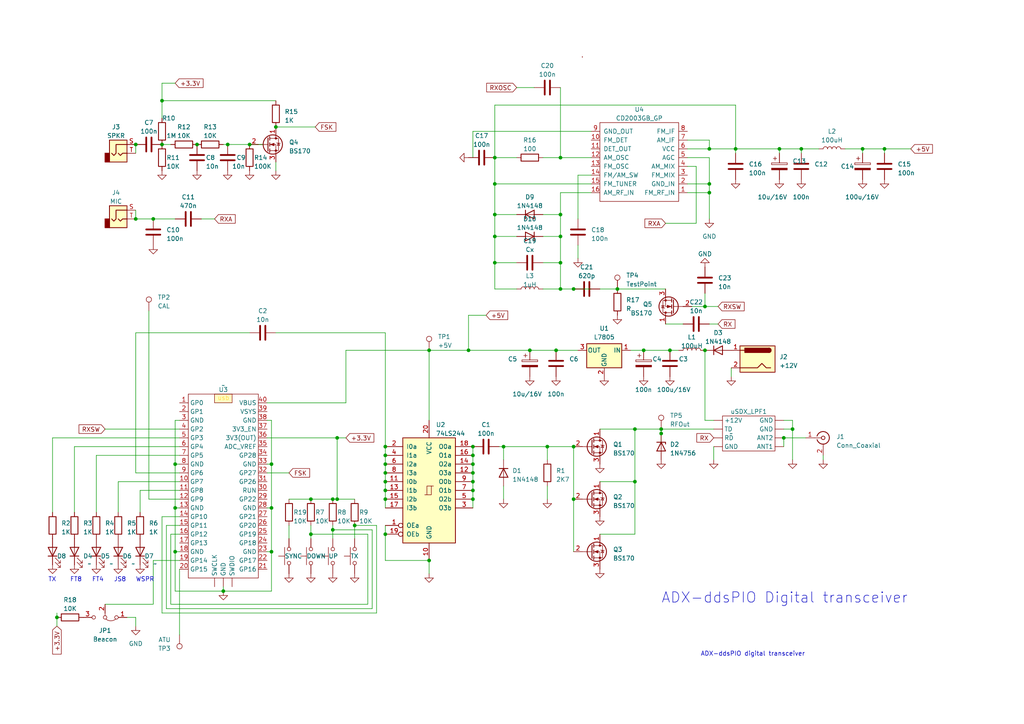
<source format=kicad_sch>
(kicad_sch (version 20230121) (generator eeschema)
  (paper "A4")
  (title_block (date "Dec,27 2025") (rev "0.1"))
  (lib_symbols
    (symbol "74xx:74LS244" (pin_names (offset 1.016))
      (property "Reference" "U" (at -7.62 16.51 0))
      (property "Value" "74LS244" (at -7.62 -16.51 0))
      (symbol "74LS244_1_0"
        (pin input inverted (at -12.7 -10.16 0) (length 5.08) (name "OEa") (number "1"))
        (pin power_in line (at 0 -20.32 90) (length 5.08) (name "GND") (number "10"))
        (pin input line (at -12.7 2.54 0) (length 5.08) (name "I0b") (number "11"))
        (pin tri_state line (at 12.7 5.08 180) (length 5.08) (name "O3a") (number "12"))
        (pin input line (at -12.7 0 0) (length 5.08) (name "I1b") (number "13"))
        (pin tri_state line (at 12.7 7.62 180) (length 5.08) (name "O2a") (number "14"))
        (pin input line (at -12.7 -2.54 0) (length 5.08) (name "I2b") (number "15"))
        (pin tri_state line (at 12.7 10.16 180) (length 5.08) (name "O1a") (number "16"))
        (pin input line (at -12.7 -5.08 0) (length 5.08) (name "I3b") (number "17"))
        (pin tri_state line (at 12.7 12.7 180) (length 5.08) (name "O0a") (number "18"))
        (pin input inverted (at -12.7 -12.7 0) (length 5.08) (name "OEb") (number "19"))
        (pin input line (at -12.7 12.7 0) (length 5.08) (name "I0a") (number "2"))
        (pin power_in line (at 0 20.32 270) (length 5.08) (name "VCC") (number "20"))
        (pin tri_state line (at 12.7 -5.08 180) (length 5.08) (name "O3b") (number "3"))
        (pin input line (at -12.7 10.16 0) (length 5.08) (name "I1a") (number "4"))
        (pin tri_state line (at 12.7 -2.54 180) (length 5.08) (name "O2b") (number "5"))
        (pin input line (at -12.7 7.62 0) (length 5.08) (name "I2a") (number "6"))
        (pin tri_state line (at 12.7 0 180) (length 5.08) (name "O1b") (number "7"))
        (pin input line (at -12.7 5.08 0) (length 5.08) (name "I3a") (number "8"))
        (pin tri_state line (at 12.7 2.54 180) (length 5.08) (name "O0b") (number "9"))
      )
    )
    (symbol "CD2003 Library:CD2003GB_GP" (pin_names (offset 1.016))
      (property "Reference" "U" (at -12.7 6.35 90))
      (property "Value" "CD2003GB_GP" (at 12.7 5.08 90))
      (symbol "CD2003GB_GP_1_1"
        (pin input line (at -8.89 -7.62 90) (length 2.54) (name "FM_RF_IN") (number "1"))
        (pin input line (at 6.35 20.32 270) (length 2.54) (name "FM_DET") (number "10"))
        (pin input line (at 3.81 20.32 270) (length 2.54) (name "DET_OUT") (number "11"))
        (pin input line (at 1.27 20.32 270) (length 2.54) (name "AM_OSC") (number "12"))
        (pin input line (at -1.27 20.32 270) (length 2.54) (name "FM_OSC") (number "13"))
        (pin input line (at -3.81 20.32 270) (length 2.54) (name "FM/AM_SW") (number "14"))
        (pin input line (at -6.35 20.32 270) (length 2.54) (name "FM_TUNER") (number "15"))
        (pin input line (at -8.89 20.32 270) (length 2.54) (name "AM_RF_IN") (number "16"))
        (pin input line (at -6.35 -7.62 90) (length 2.54) (name "GND_IN") (number "2"))
        (pin input line (at -3.81 -7.62 90) (length 2.54) (name "FM_MIX") (number "3"))
        (pin input line (at -1.27 -7.62 90) (length 2.54) (name "AM_MIX") (number "4"))
        (pin input line (at 1.27 -7.62 90) (length 2.54) (name "AGC") (number "5"))
        (pin input line (at 3.81 -7.62 90) (length 2.54) (name "VCC") (number "6"))
        (pin input line (at 6.35 -7.62 90) (length 2.54) (name "AM_IF") (number "7"))
        (pin input line (at 8.89 -7.62 90) (length 2.54) (name "FM_IF") (number "8"))
        (pin input line (at 8.89 20.32 270) (length 2.54) (name "GND_OUT") (number "9"))
      )
    )
    (symbol "Connector:Conn_Coaxial" (pin_names (offset 1.016) hide)
      (property "Reference" "J" (at 0.254 3.048 0))
      (property "Value" "Conn_Coaxial" (at 2.921 0 90))
      (symbol "Conn_Coaxial_1_1"
        (pin passive line (at -5.08 0 0) (length 2.54) (name "In") (number "1"))
        (pin passive line (at 0 -5.08 90) (length 2.54) (name "Ext") (number "2"))
      )
    )
    (symbol "Connector:Jack-DC" (pin_names (offset 1.016))
      (property "Reference" "J" (at 0 5.334 0))
      (property "Value" "Jack-DC" (at 0 -5.08 0))
      (symbol "Jack-DC_1_1"
        (pin passive line (at 7.62 2.54 180) (length 2.54) (name "~") (number "1"))
        (pin passive line (at 7.62 -2.54 180) (length 2.54) (name "~") (number "2"))
      )
    )
    (symbol "Connector:TestPoint" (pin_numbers hide) (pin_names (offset 0.762) hide)
      (property "Reference" "TP" (at 0 6.858 0))
      (property "Value" "TestPoint" (at 0 5.08 0))
      (symbol "TestPoint_1_1"
        (pin passive line (at 0 0 90) (length 2.54) (name "1") (number "1"))
      )
    )
    (symbol "Connector_Audio:AudioJack2"
      (property "Reference" "J" (at 0 8.89 0))
      (property "Value" "AudioJack2" (at 0 6.35 0))
      (symbol "AudioJack2_1_1"
        (pin passive line (at 5.08 2.54 180) (length 2.54) (name "~") (number "S"))
        (pin passive line (at 5.08 0 180) (length 2.54) (name "~") (number "T"))
      )
    )
    (symbol "Device:C" (pin_numbers hide) (pin_names (offset 0.254))
      (property "Reference" "C" (at 0.635 2.54 0))
      (property "Value" "C" (at 0.635 -2.54 0))
      (symbol "C_1_1"
        (pin passive line (at 0 3.81 270) (length 2.794) (name "~") (number "1"))
        (pin passive line (at 0 -3.81 90) (length 2.794) (name "~") (number "2"))
      )
    )
    (symbol "Device:C_Polarized" (pin_numbers hide) (pin_names (offset 0.254))
      (property "Reference" "C" (at 0.635 2.54 0))
      (property "Value" "C_Polarized" (at 0.635 -2.54 0))
      (symbol "C_Polarized_1_1"
        (pin passive line (at 0 3.81 270) (length 2.794) (name "~") (number "1"))
        (pin passive line (at 0 -3.81 90) (length 2.794) (name "~") (number "2"))
      )
    )
    (symbol "Device:D_Zener" (pin_numbers hide) (pin_names (offset 1.016) hide)
      (property "Reference" "D" (at 0 2.54 0))
      (property "Value" "D_Zener" (at 0 -2.54 0))
      (symbol "D_Zener_1_1"
        (pin passive line (at -3.81 0 0) (length 2.54) (name "K") (number "1"))
        (pin passive line (at 3.81 0 180) (length 2.54) (name "A") (number "2"))
      )
    )
    (symbol "Device:L" (pin_numbers hide) (pin_names (offset 1.016) hide)
      (property "Reference" "L" (at -1.27 0 90))
      (property "Value" "L" (at 1.905 0 90))
      (symbol "L_1_1"
        (pin passive line (at 0 3.81 270) (length 1.27) (name "1") (number "1"))
        (pin passive line (at 0 -3.81 90) (length 1.27) (name "2") (number "2"))
      )
    )
    (symbol "Device:LED" (pin_numbers hide) (pin_names (offset 1.016) hide)
      (property "Reference" "D" (at 0 2.54 0))
      (property "Value" "LED" (at 0 -2.54 0))
      (symbol "LED_1_1"
        (pin passive line (at -3.81 0 0) (length 2.54) (name "K") (number "1"))
        (pin passive line (at 3.81 0 180) (length 2.54) (name "A") (number "2"))
      )
    )
    (symbol "Device:R" (pin_numbers hide) (pin_names (offset 0))
      (property "Reference" "R" (at 2.032 0 90))
      (property "Value" "R" (at 0 0 90))
      (symbol "R_1_1"
        (pin passive line (at 0 3.81 270) (length 1.27) (name "~") (number "1"))
        (pin passive line (at 0 -3.81 90) (length 1.27) (name "~") (number "2"))
      )
    )
    (symbol "Diode:1N4148" (pin_numbers hide) (pin_names hide)
      (property "Reference" "D" (at 0 2.54 0))
      (property "Value" "1N4148" (at 0 -2.54 0))
      (symbol "1N4148_1_1"
        (pin passive line (at -3.81 0 0) (length 2.54) (name "K") (number "1"))
        (pin passive line (at 3.81 0 180) (length 2.54) (name "A") (number "2"))
      )
    )
    (symbol "Jumper:Jumper_3_Bridged12" (pin_names (offset 0) hide)
      (property "Reference" "JP" (at -2.54 -2.54 0))
      (property "Value" "Jumper_3_Bridged12" (at 0 2.794 0))
      (symbol "Jumper_3_Bridged12_1_1"
        (pin passive line (at -6.35 0 0) (length 2.54) (name "A") (number "1"))
        (pin passive line (at 0 -3.81 90) (length 2.54) (name "C") (number "2"))
        (pin passive line (at 6.35 0 180) (length 2.54) (name "B") (number "3"))
      )
    )
    (symbol "RP2040_parts:pi_pico"
      (property "Reference" "U" (at 0 0 0))
      (symbol "pi_pico_1_0"
        (pin passive line (at -12.7 -27.94 0) (length 2.54) (name "GP7") (number "10"))
        (pin passive line (at -12.7 -30.48 0) (length 2.54) (name "GP8") (number "11"))
        (pin passive line (at -12.7 -33.02 0) (length 2.54) (name "GP9") (number "12"))
        (pin passive line (at -12.7 -35.56 0) (length 2.54) (name "GND") (number "13"))
        (pin passive line (at -12.7 -38.1 0) (length 2.54) (name "GP10") (number "14"))
        (pin passive line (at -12.7 -40.64 0) (length 2.54) (name "GP11") (number "15"))
        (pin passive line (at -12.7 -43.18 0) (length 2.54) (name "GP12") (number "16"))
        (pin passive line (at -12.7 -45.72 0) (length 2.54) (name "GP13") (number "17"))
        (pin passive line (at -12.7 -48.26 0) (length 2.54) (name "GND") (number "18"))
        (pin passive line (at -12.7 -50.8 0) (length 2.54) (name "GP14") (number "19"))
        (pin passive line (at -12.7 -53.34 0) (length 2.54) (name "GP15") (number "20"))
        (pin passive line (at 12.7 -53.34 180) (length 2.54) (name "GP16") (number "21"))
        (pin passive line (at 12.7 -50.8 180) (length 2.54) (name "GP17") (number "22"))
        (pin passive line (at 12.7 -48.26 180) (length 2.54) (name "GND") (number "23"))
        (pin passive line (at 12.7 -45.72 180) (length 2.54) (name "GP18") (number "24"))
        (pin passive line (at 12.7 -43.18 180) (length 2.54) (name "GP19") (number "25"))
        (pin passive line (at 12.7 -40.64 180) (length 2.54) (name "GP20") (number "26"))
        (pin passive line (at 12.7 -38.1 180) (length 2.54) (name "GP21") (number "27"))
        (pin passive line (at 12.7 -35.56 180) (length 2.54) (name "GND") (number "28"))
        (pin passive line (at 12.7 -33.02 180) (length 2.54) (name "GP22") (number "29"))
        (pin passive line (at -12.7 -10.16 0) (length 2.54) (name "GND") (number "3"))
        (pin passive line (at 12.7 -30.48 180) (length 2.54) (name "RUN") (number "30"))
        (pin passive line (at 12.7 -27.94 180) (length 2.54) (name "GP26") (number "31"))
        (pin passive line (at 12.7 -25.4 180) (length 2.54) (name "GP27") (number "32"))
        (pin passive line (at 12.7 -22.86 180) (length 2.54) (name "GND") (number "33"))
        (pin passive line (at 12.7 -20.32 180) (length 2.54) (name "GP28") (number "34"))
        (pin passive line (at 12.7 -17.78 180) (length 2.54) (name "ADC_VREF") (number "35"))
        (pin power_out line (at 12.7 -15.24 180) (length 2.54) (name "3V3(OUT)") (number "36"))
        (pin passive line (at 12.7 -12.7 180) (length 2.54) (name "3V3_EN") (number "37"))
        (pin passive line (at 12.7 -10.16 180) (length 2.54) (name "GND") (number "38"))
        (pin passive line (at 12.7 -7.62 180) (length 2.54) (name "VSYS") (number "39"))
        (pin passive line (at -12.7 -12.7 0) (length 2.54) (name "GP2") (number "4"))
        (pin passive line (at -12.7 -15.24 0) (length 2.54) (name "GP3") (number "5"))
        (pin passive line (at -12.7 -17.78 0) (length 2.54) (name "GP4") (number "6"))
        (pin passive line (at -12.7 -20.32 0) (length 2.54) (name "GP5") (number "7"))
        (pin passive line (at -12.7 -22.86 0) (length 2.54) (name "GND") (number "8"))
        (pin passive line (at -12.7 -25.4 0) (length 2.54) (name "GP6") (number "9"))
      )
      (symbol "pi_pico_1_1"
        (text "usb" (at 0.0526 -3.6068 0) (effects (font (size 1.27 1.27))))
        (pin passive line (at 0 -58.42 90) (length 2.54) (name "GND") (number ""))
        (pin passive line (at -2.54 -58.42 90) (length 2.54) (name "SWCLK") (number ""))
        (pin passive line (at 2.54 -58.42 90) (length 2.54) (name "SWDIO") (number ""))
        (pin passive line (at -12.7 -5.08 0) (length 2.54) (name "GP0") (number "1"))
        (pin passive line (at -12.7 -7.62 0) (length 2.54) (name "GP1") (number "2"))
        (pin passive line (at 12.7 -5.08 180) (length 2.54) (name "VBUS") (number "40"))
      )
    )
    (symbol "Regulator_Linear:L7805" (pin_names (offset 0.254))
      (property "Reference" "U" (at -3.81 3.175 0))
      (property "Value" "L7805" (at 0 3.175 0))
      (symbol "L7805_1_1"
        (pin power_in line (at -7.62 0 0) (length 2.54) (name "IN") (number "1"))
        (pin power_in line (at 0 -7.62 90) (length 2.54) (name "GND") (number "2"))
        (pin power_out line (at 7.62 0 180) (length 2.54) (name "OUT") (number "3"))
      )
    )
    (symbol "Switch:SW_MEC_5G" (pin_numbers hide) (pin_names (offset 1.016) hide)
      (property "Reference" "SW" (at 1.27 2.54 0))
      (property "Value" "SW_MEC_5G" (at 0 -1.524 0))
      (symbol "SW_MEC_5G_0_1"
        (pin passive line (at -5.08 0 0) (length 2.54) (name "A") (number "1"))
        (pin passive line (at 5.08 0 180) (length 2.54) (name "B") (number "3"))
      )
      (symbol "SW_MEC_5G_1_1"
        (pin passive line (at -5.08 0 0) (length 2.54) hide (name "A") (number "2"))
        (pin passive line (at 5.08 0 180) (length 2.54) hide (name "B") (number "4"))
      )
    )
    (symbol "Transistor_FET:BS170" (pin_names hide)
      (property "Reference" "Q" (at 5.08 1.905 0))
      (property "Value" "BS170" (at 5.08 0 0))
      (symbol "BS170_1_1"
        (pin passive line (at 2.54 5.08 270) (length 2.54) (name "D") (number "1"))
        (pin input line (at -5.08 0 0) (length 2.54) (name "G") (number "2"))
        (pin passive line (at 2.54 -5.08 90) (length 2.54) (name "S") (number "3"))
      )
    )
    (symbol "USDX_Filter:usdx_LPF"
      (property "Reference" "uSDX_LPF" (at -7.62 7.62 0))
      (symbol "usdx_LPF_1_1"
        (pin input line (at 5.08 -3.81 180) (length 2.54) (name "+12V") (number ""))
        (pin input line (at -15.24 3.81 0) (length 2.54) (name "ANT1") (number ""))
        (pin input line (at -15.24 1.27 0) (length 2.54) (name "ANT2") (number ""))
        (pin input line (at -15.24 -3.81 0) (length 2.54) (name "GND") (number ""))
        (pin input line (at -15.24 -1.27 0) (length 2.54) (name "GND") (number ""))
        (pin input line (at 5.08 3.81 180) (length 2.54) (name "GND") (number ""))
        (pin input line (at 5.08 1.27 180) (length 2.54) (name "RD") (number ""))
        (pin input line (at 5.08 -1.27 180) (length 2.54) (name "TD") (number ""))
      )
    )
    (symbol "power:GND" (power) (pin_names (offset 0))
      (property "Value" "GND" (at 0 -3.81 0))
      (symbol "GND_1_1"
        (pin power_in line (at 0 0 270) (length 0) hide (name "GND") (number "1"))
      )
    )
  )
  (junction (at 90.17 144.78))
  (junction (at 191.77 125.73))
  (junction (at 64.77 171.45))
  (junction (at 143.51 45.72))
  (junction (at 57.15 41.91))
  (junction (at 102.87 152.4))
  (junction (at 50.8 160.02))
  (junction (at 124.46 101.6))
  (junction (at 162.56 76.2))
  (junction (at 137.16 132.08))
  (junction (at 96.52 153.67))
  (junction (at 50.8 134.62))
  (junction (at 124.46 162.56))
  (junction (at 250.19 43.18))
  (junction (at 256.54 43.18))
  (junction (at 229.87 124.46))
  (junction (at 143.51 53.34))
  (junction (at 162.56 68.58))
  (junction (at 44.45 63.5))
  (junction (at 162.56 62.23))
  (junction (at 184.15 124.46))
  (junction (at 205.74 43.18))
  (junction (at 184.15 139.7))
  (junction (at 90.17 154.94))
  (junction (at 227.33 127))
  (junction (at 146.05 129.54))
  (junction (at 204.47 101.6))
  (junction (at 158.75 129.54))
  (junction (at 205.74 53.34))
  (junction (at 226.06 43.18))
  (junction (at 50.8 147.32))
  (junction (at 111.76 132.08))
  (junction (at 162.56 45.72))
  (junction (at 137.16 137.16))
  (junction (at 143.51 76.2))
  (junction (at 232.41 43.18))
  (junction (at 166.37 129.54))
  (junction (at 97.79 144.78))
  (junction (at 194.31 101.6))
  (junction (at 137.16 142.24))
  (junction (at 111.76 134.62))
  (junction (at 135.89 101.6))
  (junction (at 16.51 179.07))
  (junction (at 166.37 83.82))
  (junction (at 111.76 144.78))
  (junction (at 179.07 83.82))
  (junction (at 111.76 139.7))
  (junction (at 213.36 43.18))
  (junction (at 46.99 41.91))
  (junction (at 111.76 129.54))
  (junction (at 137.16 139.7))
  (junction (at 72.39 41.91))
  (junction (at 78.74 160.02))
  (junction (at 111.76 142.24))
  (junction (at 97.79 127))
  (junction (at 137.16 144.78))
  (junction (at 186.69 101.6))
  (junction (at 143.51 68.58))
  (junction (at 153.67 101.6))
  (junction (at 137.16 129.54))
  (junction (at 111.76 154.94))
  (junction (at 204.47 88.9))
  (junction (at 66.04 41.91))
  (junction (at 191.77 124.46))
  (junction (at 80.01 36.83))
  (junction (at 39.37 63.5))
  (junction (at 162.56 83.82))
  (junction (at 78.74 134.62))
  (junction (at 78.74 147.32))
  (junction (at 46.99 29.21))
  (junction (at 143.51 62.23))
  (junction (at 161.29 101.6))
  (junction (at 166.37 144.78))
  (junction (at 205.74 55.88))
  (junction (at 111.76 137.16))
  (junction (at 137.16 134.62))
  (junction (at 39.37 41.91))
  (junction (at 96.52 144.78))
  (wire (pts (xy 137.16 142.24) (xy 137.16 144.78)))
  (wire (pts (xy 49.53 154.94) (xy 49.53 175.26)))
  (wire (pts (xy 158.75 129.54) (xy 158.75 133.35)))
  (wire (pts (xy 146.05 129.54) (xy 158.75 129.54)))
  (wire (pts (xy 173.99 83.82) (xy 179.07 83.82)))
  (wire (pts (xy 78.74 134.62) (xy 78.74 147.32)))
  (wire (pts (xy 72.39 41.91) (xy 76.2 41.91)))
  (wire (pts (xy 205.74 45.72) (xy 205.74 53.34)))
  (wire (pts (xy 77.47 127) (xy 97.79 127)))
  (wire (pts (xy 39.37 63.5) (xy 44.45 63.5)))
  (wire (pts (xy 143.51 53.34) (xy 143.51 62.23)))
  (wire (pts (xy 44.45 63.5) (xy 50.8 63.5)))
  (wire (pts (xy 111.76 137.16) (xy 111.76 139.7)))
  (wire (pts (xy 199.39 48.26) (xy 201.93 48.26)))
  (wire (pts (xy 213.36 30.48) (xy 213.36 43.18)))
  (wire (pts (xy 149.86 25.4) (xy 154.94 25.4)))
  (wire (pts (xy 111.76 139.7) (xy 111.76 142.24)))
  (wire (pts (xy 158.75 129.54) (xy 166.37 129.54)))
  (wire (pts (xy 96.52 153.67) (xy 107.95 153.67)))
  (wire (pts (xy 52.07 149.86) (xy 46.99 149.86)))
  (wire (pts (xy 50.8 160.02) (xy 52.07 160.02)))
  (wire (pts (xy 238.76 132.08) (xy 238.76 133.35)))
  (wire (pts (xy 48.26 152.4) (xy 48.26 176.53)))
  (wire (pts (xy 227.33 124.46) (xy 229.87 124.46)))
  (wire (pts (xy 200.66 88.9) (xy 204.47 88.9)))
  (wire (pts (xy 77.47 147.32) (xy 78.74 147.32)))
  (wire (pts (xy 199.39 45.72) (xy 205.74 45.72)))
  (wire (pts (xy 77.47 134.62) (xy 78.74 134.62)))
  (wire (pts (xy 184.15 124.46) (xy 184.15 139.7)))
  (wire (pts (xy 96.52 153.67) (xy 96.52 156.21)))
  (wire (pts (xy 205.74 40.64) (xy 205.74 43.18)))
  (wire (pts (xy 171.45 38.1) (xy 137.16 38.1)))
  (wire (pts (xy 97.79 144.78) (xy 102.87 144.78)))
  (wire (pts (xy 39.37 179.07) (xy 39.37 181.61)))
  (wire (pts (xy 80.01 96.52) (xy 111.76 96.52)))
  (wire (pts (xy 111.76 96.52) (xy 111.76 129.54)))
  (wire (pts (xy 143.51 62.23) (xy 149.86 62.23)))
  (wire (pts (xy 226.06 43.18) (xy 232.41 43.18)))
  (wire (pts (xy 100.33 116.84) (xy 100.33 101.6)))
  (wire (pts (xy 191.77 124.46) (xy 207.01 124.46)))
  (wire (pts (xy 143.51 62.23) (xy 143.51 68.58)))
  (wire (pts (xy 124.46 162.56) (xy 124.46 166.37)))
  (wire (pts (xy 52.07 165.1) (xy 52.07 184.15)))
  (wire (pts (xy 46.99 29.21) (xy 80.01 29.21)))
  (wire (pts (xy 205.74 93.98) (xy 208.28 93.98)))
  (wire (pts (xy 27.94 132.08) (xy 52.07 132.08)))
  (wire (pts (xy 153.67 101.6) (xy 161.29 101.6)))
  (wire (pts (xy 102.87 152.4) (xy 102.87 156.21)))
  (wire (pts (xy 137.16 38.1) (xy 137.16 45.72)))
  (wire (pts (xy 111.76 142.24) (xy 111.76 144.78)))
  (wire (pts (xy 50.8 134.62) (xy 50.8 147.32)))
  (wire (pts (xy 191.77 125.73) (xy 191.77 128.27)))
  (wire (pts (xy 137.16 139.7) (xy 137.16 142.24)))
  (wire (pts (xy 256.54 43.18) (xy 264.16 43.18)))
  (wire (pts (xy 146.05 140.97) (xy 146.05 144.78)))
  (wire (pts (xy 96.52 144.78) (xy 97.79 144.78)))
  (wire (pts (xy 36.83 179.07) (xy 39.37 179.07)))
  (wire (pts (xy 213.36 43.18) (xy 213.36 44.45)))
  (wire (pts (xy 135.89 101.6) (xy 153.67 101.6)))
  (wire (pts (xy 193.04 93.98) (xy 198.12 93.98)))
  (wire (pts (xy 143.51 30.48) (xy 143.51 45.72)))
  (wire (pts (xy 161.29 101.6) (xy 167.64 101.6)))
  (wire (pts (xy 49.53 175.26) (xy 106.68 175.26)))
  (wire (pts (xy 44.45 162.56) (xy 44.45 175.26)))
  (wire (pts (xy 77.47 116.84) (xy 100.33 116.84)))
  (wire (pts (xy 50.8 24.13) (xy 46.99 24.13)))
  (wire (pts (xy 16.51 177.8) (xy 16.51 179.07)))
  (wire (pts (xy 143.51 76.2) (xy 149.86 76.2)))
  (wire (pts (xy 64.77 41.91) (xy 66.04 41.91)))
  (wire (pts (xy 199.39 40.64) (xy 205.74 40.64)))
  (wire (pts (xy 46.99 41.91) (xy 49.53 41.91)))
  (wire (pts (xy 21.59 129.54) (xy 52.07 129.54)))
  (wire (pts (xy 204.47 121.92) (xy 207.01 121.92)))
  (wire (pts (xy 227.33 127) (xy 233.68 127)))
  (wire (pts (xy 77.47 137.16) (xy 83.82 137.16)))
  (wire (pts (xy 34.29 139.7) (xy 52.07 139.7)))
  (wire (pts (xy 52.07 127) (xy 15.24 127)))
  (wire (pts (xy 48.26 176.53) (xy 107.95 176.53)))
  (wire (pts (xy 80.01 46.99) (xy 80.01 49.53)))
  (wire (pts (xy 52.07 121.92) (xy 50.8 121.92)))
  (wire (pts (xy 194.31 101.6) (xy 196.85 101.6)))
  (wire (pts (xy 27.94 148.59) (xy 27.94 132.08)))
  (wire (pts (xy 199.39 43.18) (xy 205.74 43.18)))
  (wire (pts (xy 111.76 162.56) (xy 124.46 162.56)))
  (wire (pts (xy 143.51 68.58) (xy 143.51 76.2)))
  (wire (pts (xy 212.09 106.68) (xy 212.09 109.22)))
  (wire (pts (xy 179.07 83.82) (xy 193.04 83.82)))
  (wire (pts (xy 21.59 148.59) (xy 21.59 129.54)))
  (wire (pts (xy 137.16 137.16) (xy 137.16 139.7)))
  (wire (pts (xy 137.16 134.62) (xy 137.16 137.16)))
  (wire (pts (xy 204.47 85.09) (xy 204.47 88.9)))
  (wire (pts (xy 96.52 152.4) (xy 96.52 153.67)))
  (wire (pts (xy 162.56 83.82) (xy 157.48 83.82)))
  (wire (pts (xy 77.47 121.92) (xy 78.74 121.92)))
  (wire (pts (xy 78.74 121.92) (xy 78.74 134.62)))
  (wire (pts (xy 162.56 68.58) (xy 162.56 76.2)))
  (wire (pts (xy 205.74 43.18) (xy 213.36 43.18)))
  (wire (pts (xy 256.54 43.18) (xy 256.54 44.45)))
  (wire (pts (xy 50.8 147.32) (xy 52.07 147.32)))
  (wire (pts (xy 90.17 154.94) (xy 90.17 156.21)))
  (wire (pts (xy 166.37 144.78) (xy 166.37 160.02)))
  (wire (pts (xy 166.37 83.82) (xy 171.45 83.82)))
  (wire (pts (xy 143.51 53.34) (xy 143.51 45.72)))
  (wire (pts (xy 143.51 53.34) (xy 171.45 53.34)))
  (wire (pts (xy 227.33 121.92) (xy 229.87 121.92)))
  (wire (pts (xy 205.74 53.34) (xy 205.74 55.88)))
  (wire (pts (xy 46.99 177.8) (xy 109.22 177.8)))
  (wire (pts (xy 167.64 71.12) (xy 167.64 74.93)))
  (wire (pts (xy 213.36 43.18) (xy 226.06 43.18)))
  (wire (pts (xy 50.8 134.62) (xy 52.07 134.62)))
  (wire (pts (xy 135.89 91.44) (xy 135.89 101.6)))
  (wire (pts (xy 39.37 137.16) (xy 52.07 137.16)))
  (wire (pts (xy 157.48 62.23) (xy 162.56 62.23)))
  (wire (pts (xy 83.82 144.78) (xy 90.17 144.78)))
  (wire (pts (xy 39.37 41.91) (xy 39.37 44.45)))
  (wire (pts (xy 229.87 124.46) (xy 229.87 133.35)))
  (wire (pts (xy 250.19 43.18) (xy 250.19 44.45)))
  (wire (pts (xy 204.47 88.9) (xy 208.28 88.9)))
  (wire (pts (xy 232.41 43.18) (xy 232.41 44.45)))
  (wire (pts (xy 143.51 30.48) (xy 213.36 30.48)))
  (wire (pts (xy 78.74 147.32) (xy 78.74 160.02)))
  (wire (pts (xy 137.16 132.08) (xy 137.16 134.62)))
  (wire (pts (xy 201.93 48.26) (xy 201.93 64.77)))
  (wire (pts (xy 173.99 139.7) (xy 184.15 139.7)))
  (wire (pts (xy 46.99 24.13) (xy 46.99 29.21)))
  (wire (pts (xy 162.56 76.2) (xy 162.56 83.82)))
  (wire (pts (xy 137.16 129.54) (xy 137.16 132.08)))
  (wire (pts (xy 30.48 124.46) (xy 52.07 124.46)))
  (wire (pts (xy 44.45 175.26) (xy 30.48 175.26)))
  (wire (pts (xy 80.01 36.83) (xy 91.44 36.83)))
  (wire (pts (xy 143.51 68.58) (xy 149.86 68.58)))
  (wire (pts (xy 72.39 96.52) (xy 39.37 96.52)))
  (wire (pts (xy 162.56 76.2) (xy 157.48 76.2)))
  (wire (pts (xy 90.17 144.78) (xy 96.52 144.78)))
  (wire (pts (xy 111.76 134.62) (xy 111.76 137.16)))
  (wire (pts (xy 250.19 43.18) (xy 256.54 43.18)))
  (wire (pts (xy 64.77 171.45) (xy 50.8 171.45)))
  (wire (pts (xy 66.04 41.91) (xy 72.39 41.91)))
  (wire (pts (xy 167.64 50.8) (xy 167.64 63.5)))
  (wire (pts (xy 39.37 96.52) (xy 39.37 137.16)))
  (wire (pts (xy 144.78 129.54) (xy 146.05 129.54)))
  (wire (pts (xy 111.76 144.78) (xy 111.76 147.32)))
  (wire (pts (xy 146.05 129.54) (xy 146.05 133.35)))
  (wire (pts (xy 111.76 154.94) (xy 111.76 162.56)))
  (wire (pts (xy 90.17 154.94) (xy 106.68 154.94)))
  (wire (pts (xy 83.82 152.4) (xy 83.82 156.21)))
  (wire (pts (xy 107.95 153.67) (xy 107.95 176.53)))
  (wire (pts (xy 46.99 29.21) (xy 46.99 34.29)))
  (wire (pts (xy 40.64 142.24) (xy 52.07 142.24)))
  (wire (pts (xy 205.74 55.88) (xy 205.74 63.5)))
  (wire (pts (xy 143.51 83.82) (xy 149.86 83.82)))
  (wire (pts (xy 157.48 45.72) (xy 162.56 45.72)))
  (wire (pts (xy 162.56 62.23) (xy 162.56 68.58)))
  (wire (pts (xy 58.42 63.5) (xy 62.23 63.5)))
  (wire (pts (xy 40.64 148.59) (xy 40.64 142.24)))
  (wire (pts (xy 193.04 64.77) (xy 201.93 64.77)))
  (wire (pts (xy 232.41 43.18) (xy 237.49 43.18)))
  (wire (pts (xy 191.77 124.46) (xy 191.77 125.73)))
  (wire (pts (xy 90.17 152.4) (xy 90.17 154.94)))
  (wire (pts (xy 124.46 101.6) (xy 135.89 101.6)))
  (wire (pts (xy 182.88 101.6) (xy 186.69 101.6)))
  (wire (pts (xy 171.45 45.72) (xy 162.56 45.72)))
  (wire (pts (xy 173.99 154.94) (xy 184.15 154.94)))
  (wire (pts (xy 137.16 144.78) (xy 137.16 147.32)))
  (wire (pts (xy 111.76 129.54) (xy 111.76 132.08)))
  (wire (pts (xy 64.77 170.18) (xy 64.77 171.45)))
  (wire (pts (xy 207.01 129.54) (xy 207.01 133.35)))
  (wire (pts (xy 39.37 60.96) (xy 39.37 63.5)))
  (wire (pts (xy 106.68 154.94) (xy 106.68 175.26)))
  (wire (pts (xy 97.79 127) (xy 100.33 127)))
  (wire (pts (xy 44.45 162.56) (xy 52.07 162.56)))
  (wire (pts (xy 162.56 68.58) (xy 157.48 68.58)))
  (wire (pts (xy 167.64 50.8) (xy 171.45 50.8)))
  (wire (pts (xy 100.33 101.6) (xy 124.46 101.6)))
  (wire (pts (xy 158.75 140.97) (xy 158.75 144.78)))
  (wire (pts (xy 52.07 144.78) (xy 43.18 144.78)))
  (wire (pts (xy 46.99 149.86) (xy 46.99 177.8)))
  (wire (pts (xy 102.87 152.4) (xy 109.22 152.4)))
  (wire (pts (xy 166.37 129.54) (xy 166.37 144.78)))
  (wire (pts (xy 140.97 91.44) (xy 135.89 91.44)))
  (wire (pts (xy 143.51 45.72) (xy 149.86 45.72)))
  (wire (pts (xy 143.51 76.2) (xy 143.51 83.82)))
  (wire (pts (xy 111.76 152.4) (xy 111.76 154.94)))
  (wire (pts (xy 77.47 160.02) (xy 78.74 160.02)))
  (wire (pts (xy 229.87 121.92) (xy 229.87 124.46)))
  (wire (pts (xy 34.29 148.59) (xy 34.29 139.7)))
  (wire (pts (xy 50.8 147.32) (xy 50.8 160.02)))
  (wire (pts (xy 199.39 55.88) (xy 205.74 55.88)))
  (wire (pts (xy 109.22 152.4) (xy 109.22 177.8)))
  (wire (pts (xy 186.69 101.6) (xy 194.31 101.6)))
  (wire (pts (xy 162.56 55.88) (xy 162.56 62.23)))
  (wire (pts (xy 199.39 53.34) (xy 205.74 53.34)))
  (wire (pts (xy 245.11 43.18) (xy 250.19 43.18)))
  (wire (pts (xy 173.99 124.46) (xy 184.15 124.46)))
  (wire (pts (xy 204.47 101.6) (xy 204.47 121.92)))
  (wire (pts (xy 184.15 139.7) (xy 184.15 154.94)))
  (wire (pts (xy 162.56 25.4) (xy 162.56 45.72)))
  (wire (pts (xy 162.56 83.82) (xy 166.37 83.82)))
  (wire (pts (xy 50.8 121.92) (xy 50.8 134.62)))
  (wire (pts (xy 97.79 127) (xy 97.79 144.78)))
  (wire (pts (xy 15.24 127) (xy 15.24 148.59)))
  (wire (pts (xy 184.15 124.46) (xy 191.77 124.46)))
  (wire (pts (xy 227.33 127) (xy 227.33 129.54)))
  (wire (pts (xy 64.77 171.45) (xy 78.74 171.45)))
  (wire (pts (xy 50.8 160.02) (xy 50.8 171.45)))
  (wire (pts (xy 43.18 144.78) (xy 43.18 90.17)))
  (wire (pts (xy 52.07 152.4) (xy 48.26 152.4)))
  (wire (pts (xy 171.45 55.88) (xy 162.56 55.88)))
  (wire (pts (xy 111.76 132.08) (xy 111.76 134.62)))
  (wire (pts (xy 226.06 43.18) (xy 226.06 44.45)))
  (wire (pts (xy 124.46 101.6) (xy 124.46 121.92)))
  (wire (pts (xy 52.07 154.94) (xy 49.53 154.94)))
  (wire (pts (xy 16.51 179.07) (xy 16.51 181.61)))
  (wire (pts (xy 78.74 160.02) (xy 78.74 171.45)))
  (text "ADX-ddsPIO digital transceiver" (at 203.2 190.5 0) (effects (font (size 1.27 1.27)) (justify left bottom)))
  (text "FT8" (at 20.32 168.91 0) (effects (font (size 1.27 1.27)) (justify left bottom)))
  (text "ADX-ddsPIO Digital transceiver" (at 191.77 175.26 0) (effects (font (size 3 3)) (justify left bottom)))
  (text "TX" (at 13.97 168.91 0) (effects (font (size 1.27 1.27)) (justify left bottom)))
  (text "JS8" (at 33.02 168.91 0) (effects (font (size 1.27 1.27)) (justify left bottom)))
  (text "FT4" (at 26.67 168.91 0) (effects (font (size 1.27 1.27)) (justify left bottom)))
  (text "WSPR" (at 39.37 168.91 0) (effects (font (size 1.27 1.27)) (justify left bottom)))
  (global_label "+5V" (shape input) (at 140.97 91.44 0) (property "Intersheetrefs" "${INTERSHEET_REFS}" (effects hide)))
  (global_label "RXSW" (shape input) (at 30.48 124.46 180) (property "Intersheetrefs" "${INTERSHEET_REFS}" (effects hide)))
  (global_label "RX" (shape input) (at 207.01 127 180) (property "Intersheetrefs" "${INTERSHEET_REFS}" (effects hide)))
  (global_label "RXOSC" (shape input) (at 149.86 25.4 180) (property "Intersheetrefs" "${INTERSHEET_REFS}" (effects hide)))
  (global_label "RXA" (shape input) (at 62.23 63.5 0) (property "Intersheetrefs" "${INTERSHEET_REFS}" (effects hide)))
  (global_label "+5V" (shape input) (at 264.16 43.18 0) (property "Intersheetrefs" "${INTERSHEET_REFS}" (effects hide)))
  (global_label "+3.3V" (shape input) (at 50.8 24.13 0) (property "Intersheetrefs" "${INTERSHEET_REFS}" (effects hide)))
  (global_label "RXA" (shape input) (at 193.04 64.77 180) (property "Intersheetrefs" "${INTERSHEET_REFS}" (effects hide)))
  (global_label "FSK" (shape input) (at 83.82 137.16 0) (property "Intersheetrefs" "${INTERSHEET_REFS}" (effects hide)))
  (global_label "RX" (shape input) (at 208.28 93.98 0) (property "Intersheetrefs" "${INTERSHEET_REFS}" (effects hide)))
  (global_label "+3.3V" (shape input) (at 100.33 127 0) (property "Intersheetrefs" "${INTERSHEET_REFS}" (effects hide)))
  (global_label "+3.3V" (shape input) (at 16.51 181.61 270) (property "Intersheetrefs" "${INTERSHEET_REFS}" (effects hide)))
  (global_label "FSK" (shape input) (at 91.44 36.83 0) (property "Intersheetrefs" "${INTERSHEET_REFS}" (effects hide)))
  (global_label "RXSW" (shape input) (at 208.28 88.9 0) (property "Intersheetrefs" "${INTERSHEET_REFS}" (effects hide)))
  (symbol (lib_id "CD2003 Library:CD2003GB_GP") (at 191.77 46.99 90) (unit 1)
    (property "Reference" "U4" (at 185.42 31.75 90))
    (property "Value" "CD2003GB_GP" (at 185.42 34.29 90))
  )
  (symbol (lib_id "power:GND") (at 173.99 134.62 0) (unit 1)
    (property "Reference" "#PWR04" (effects hide))
    (property "Value" "GND" (effects hide))
  )
  (symbol (lib_id "power:GND") (at 15.24 163.83 0) (unit 1)
    (property "Reference" "#PWR017" (effects hide))
    (property "Value" "GND" (effects hide))
  )
  (symbol (lib_id "Connector:Conn_Coaxial") (at 238.76 127 0) (unit 1)
    (property "Reference" "J1" (at 242.57 126.6582 0) (effects (justify left)))
    (property "Value" "Conn_Coaxial" (at 242.57 129.1982 0) (effects (justify left)))
    (property "Datasheet" " ~" (effects hide))
  )
  (symbol (lib_id "power:GND") (at 167.64 74.93 0) (unit 1)
    (property "Reference" "#PWR040" (effects hide))
    (property "Value" "GND" (effects hide))
  )
  (symbol (lib_id "Device:C") (at 204.47 81.28 0) (unit 1)
    (property "Reference" "C23" (at 208.28 80.645 0) (effects (justify left)))
    (property "Value" "10n" (at 208.28 83.185 0) (effects (justify left)))
  )
  (symbol (lib_id "Device:C") (at 213.36 48.26 0) (unit 1)
    (property "Reference" "C16" (at 217.17 47.625 0) (effects (justify left)))
    (property "Value" "100n" (at 217.17 50.165 0) (effects (justify left)))
  )
  (symbol (lib_id "power:GND") (at 186.69 109.22 0) (unit 1)
    (property "Reference" "#PWR015" (effects hide))
    (property "Value" "GND" (effects hide))
  )
  (symbol (lib_id "Device:LED") (at 34.29 160.02 90) (unit 1)
    (property "Reference" "D6" (at 35.56 161.29 90) (effects (justify right)))
    (property "Value" "~" (at 38.1 163.5125 90) (effects (justify right)))
  )
  (symbol (lib_id "Transistor_FET:BS170") (at 171.45 129.54 0) (unit 1)
    (property "Reference" "Q1" (at 177.8 128.905 0) (effects (justify left)))
    (property "Value" "BS170" (at 177.8 131.445 0) (effects (justify left)))
    (property "Footprint" "Package_TO_SOT_THT:TO-92_Inline" (effects hide))
    (property "Datasheet" "https://www.onsemi.com/pub/Collateral/BS170-D.PDF" (effects hide))
  )
  (symbol (lib_id "Connector:Jack-DC") (at 219.71 104.14 0) (mirror y) (unit 1)
    (property "Reference" "J2" (at 226.06 103.505 0) (effects (justify right)))
    (property "Value" "+12V" (at 226.06 106.045 0) (effects (justify right)))
  )
  (symbol (lib_id "Jumper:Jumper_3_Bridged12") (at 30.48 179.07 180) (unit 1)
    (property "Reference" "JP1" (at 30.48 182.88 0))
    (property "Value" "Beacon" (at 30.48 185.42 0))
  )
  (symbol (lib_id "power:GND") (at 124.46 166.37 0) (unit 1)
    (property "Reference" "#PWR01" (effects hide))
    (property "Value" "GND" (effects hide))
  )
  (symbol (lib_id "Device:L") (at 153.67 83.82 90) (unit 1)
    (property "Reference" "L3" (at 153.67 80.01 90))
    (property "Value" "1uH" (at 153.67 82.55 90))
  )
  (symbol (lib_id "Switch:SW_MEC_5G") (at 83.82 161.29 90) (unit 1)
    (property "Reference" "SYNC" (at 82.55 161.29 90) (effects (justify right)))
    (property "Value" "SW_MEC_5G" (effects hide))
    (property "Datasheet" "http://www.apem.com/int/index.php?controller=attachment&id_attachment=488" (effects hide))
  )
  (symbol (lib_id "Device:R") (at 80.01 33.02 0) (unit 1)
    (property "Reference" "R15" (at 82.55 32.385 0) (effects (justify left)))
    (property "Value" "1K" (at 82.55 34.925 0) (effects (justify left)))
  )
  (symbol (lib_id "power:GND") (at 21.59 163.83 0) (unit 1)
    (property "Reference" "#PWR018" (effects hide))
    (property "Value" "GND" (effects hide))
  )
  (symbol (lib_id "Device:C") (at 43.18 41.91 90) (unit 1)
    (property "Reference" "C7" (at 43.18 35.56 90))
    (property "Value" "100n" (at 43.18 38.1 90))
  )
  (symbol (lib_id "power:GND") (at 135.89 45.72 270) (unit 1)
    (property "Reference" "#PWR039" (effects hide))
    (property "Value" "GND" (effects hide))
  )
  (symbol (lib_id "Connector:TestPoint") (at 124.46 101.6 0) (unit 1)
    (property "Reference" "TP1" (at 127 97.663 0) (effects (justify left)))
    (property "Value" "+5V" (at 127 100.203 0) (effects (justify left)))
  )
  (symbol (lib_id "Device:R") (at 46.99 38.1 0) (unit 1)
    (property "Reference" "R10" (at 46.99 34.29 0) (effects (justify left)))
    (property "Value" "1M" (at 48.26 39.37 0) (effects (justify left)))
  )
  (symbol (lib_id "Device:C") (at 167.64 67.31 0) (unit 1)
    (property "Reference" "C18" (at 171.45 66.675 0) (effects (justify left)))
    (property "Value" "100n" (at 171.45 69.215 0) (effects (justify left)))
  )
  (symbol (lib_id "Device:R") (at 34.29 152.4 0) (unit 1)
    (property "Reference" "R5" (at 36.83 151.765 0) (effects (justify left)))
    (property "Value" "1K" (at 36.83 154.305 0) (effects (justify left)))
  )
  (symbol (lib_id "Device:LED") (at 40.64 160.02 90) (unit 1)
    (property "Reference" "D7" (at 41.91 161.29 90) (effects (justify right)))
    (property "Value" "~" (at 44.45 163.5125 90) (effects (justify right)))
  )
  (symbol (lib_id "Switch:SW_MEC_5G") (at 96.52 161.29 90) (unit 1)
    (property "Reference" "UP" (at 95.25 161.29 90) (effects (justify right)))
    (property "Value" "SW_MEC_5G" (effects hide))
    (property "Datasheet" "http://www.apem.com/int/index.php?controller=attachment&id_attachment=488" (effects hide))
  )
  (symbol (lib_id "Device:C") (at 140.97 129.54 90) (unit 1)
    (property "Reference" "C1" (at 140.97 123.19 90))
    (property "Value" "100n" (at 140.97 125.73 90))
  )
  (symbol (lib_id "power:GND") (at 161.29 109.22 0) (unit 1)
    (property "Reference" "#PWR013" (effects hide))
    (property "Value" "GND" (effects hide))
  )
  (symbol (lib_id "Regulator_Linear:L7805") (at 175.26 101.6 0) (mirror y) (unit 1)
    (property "Reference" "U1" (at 175.26 95.25 0))
    (property "Value" "L7805" (at 175.26 97.79 0))
    (property "Datasheet" "http://www.st.com/content/ccc/resource/technical/document/datasheet/41/4f/b3/b0/12/d4/47/88/CD00000444.pdf/files/CD00000444.pdf/jcr:content/translations/en.CD00000444.pdf" (effects hide))
  )
  (symbol (lib_id "Device:R") (at 102.87 148.59 0) (unit 1)
    (property "Reference" "R9" (at 104.14 148.59 0) (effects (justify left)))
    (property "Value" "10K" (at 104.14 151.13 0) (effects (justify left)))
  )
  (symbol (lib_id "Device:C_Polarized") (at 186.69 105.41 0) (unit 1)
    (property "Reference" "C4" (at 189.23 104.14 0) (effects (justify left)))
    (property "Value" "100n" (at 184.15 113.03 0) (effects (justify left)))
  )
  (symbol (lib_id "Transistor_FET:BS170") (at 77.47 41.91 0) (unit 1)
    (property "Reference" "Q4" (at 83.82 41.275 0) (effects (justify left)))
    (property "Value" "BS170" (at 83.82 43.815 0) (effects (justify left)))
    (property "Footprint" "Package_TO_SOT_THT:TO-92_Inline" (effects hide))
    (property "Datasheet" "https://www.onsemi.com/pub/Collateral/BS170-D.PDF" (effects hide))
  )
  (symbol (lib_id "Device:C") (at 158.75 25.4 90) (unit 1)
    (property "Reference" "C20" (at 158.75 19.05 90))
    (property "Value" "100n" (at 158.75 21.59 90))
  )
  (symbol (lib_id "power:GND") (at 173.99 149.86 0) (unit 1)
    (property "Reference" "#PWR05" (effects hide))
    (property "Value" "GND" (effects hide))
  )
  (symbol (lib_id "power:GND") (at 102.87 166.37 0) (unit 1)
    (property "Reference" "#PWR024" (effects hide))
    (property "Value" "GND" (effects hide))
  )
  (symbol (lib_id "Transistor_FET:BS170") (at 171.45 144.78 0) (unit 1)
    (property "Reference" "Q2" (at 177.8 144.145 0) (effects (justify left)))
    (property "Value" "BS170" (at 177.8 146.685 0) (effects (justify left)))
    (property "Footprint" "Package_TO_SOT_THT:TO-92_Inline" (effects hide))
    (property "Datasheet" "https://www.onsemi.com/pub/Collateral/BS170-D.PDF" (effects hide))
  )
  (symbol (lib_id "Device:R") (at 20.32 179.07 90) (unit 1)
    (property "Reference" "R18" (at 20.32 173.99 90))
    (property "Value" "10K" (at 20.32 176.53 90))
  )
  (symbol (lib_id "Device:C") (at 139.7 45.72 270) (unit 1)
    (property "Reference" "C17" (at 139.7 39.37 90))
    (property "Value" "100n" (at 139.7 41.91 90))
  )
  (symbol (lib_id "Connector_Audio:AudioJack2") (at 34.29 44.45 0) (unit 1)
    (property "Reference" "J3" (at 33.655 36.83 0))
    (property "Value" "SPKR" (at 33.655 39.37 0))
  )
  (symbol (lib_id "Diode:1N4148") (at 146.05 137.16 270) (unit 1)
    (property "Reference" "D1" (at 148.59 136.525 90) (effects (justify left)))
    (property "Value" "1N4148" (at 148.59 139.065 90) (effects (justify left)))
    (property "Footprint" "Diode_THT:D_DO-35_SOD27_P7.62mm_Horizontal" (effects hide))
    (property "Datasheet" "https://assets.nexperia.com/documents/data-sheet/1N4148_1N4448.pdf" (effects hide))
    (property "Sim.Device" "D" (effects hide))
    (property "Sim.Pins" "1=K 2=A" (effects hide))
  )
  (symbol (lib_id "Device:R") (at 179.07 87.63 0) (unit 1)
    (property "Reference" "R17" (at 181.61 86.995 0) (effects (justify left)))
    (property "Value" "R" (at 181.61 89.535 0) (effects (justify left)))
  )
  (symbol (lib_id "Device:R") (at 27.94 152.4 0) (unit 1)
    (property "Reference" "R4" (at 30.48 151.765 0) (effects (justify left)))
    (property "Value" "1K" (at 30.48 154.305 0) (effects (justify left)))
  )
  (symbol (lib_id "USDX_Filter:usdx_LPF") (at 212.09 125.73 180) (unit 1)
    (property "Reference" "uSDX_LPF1" (at 217.17 119.38 0))
    (property "Value" "~" (at 212.09 125.73 0))
  )
  (symbol (lib_id "Device:R") (at 158.75 137.16 0) (unit 1)
    (property "Reference" "R1" (at 161.29 136.525 0) (effects (justify left)))
    (property "Value" "2K7" (at 161.29 139.065 0) (effects (justify left)))
  )
  (symbol (lib_id "Device:C") (at 153.67 76.2 90) (unit 1)
    (property "Reference" "C19" (at 153.67 69.85 90))
    (property "Value" "Cx" (at 153.67 72.39 90))
  )
  (symbol (lib_id "Device:C") (at 76.2 96.52 90) (unit 1)
    (property "Reference" "C2" (at 76.2 90.17 90))
    (property "Value" "10n" (at 76.2 92.71 90))
  )
  (symbol (lib_id "Transistor_FET:BS170") (at 171.45 160.02 0) (unit 1)
    (property "Reference" "Q3" (at 177.8 159.385 0) (effects (justify left)))
    (property "Value" "BS170" (at 177.8 161.925 0) (effects (justify left)))
    (property "Footprint" "Package_TO_SOT_THT:TO-92_Inline" (effects hide))
    (property "Datasheet" "https://www.onsemi.com/pub/Collateral/BS170-D.PDF" (effects hide))
  )
  (symbol (lib_id "power:GND") (at 175.26 109.22 0) (unit 1)
    (property "Reference" "#PWR014" (effects hide))
    (property "Value" "GND" (effects hide))
  )
  (symbol (lib_id "power:GND") (at 64.77 171.45 0) (unit 1)
    (property "Reference" "#PWR030" (effects hide))
    (property "Value" "GND" (effects hide))
  )
  (symbol (lib_id "power:GND") (at 44.45 71.12 0) (unit 1)
    (property "Reference" "#PWR031" (effects hide))
    (property "Value" "GND" (effects hide))
  )
  (symbol (lib_id "Device:C_Polarized") (at 250.19 48.26 0) (unit 1)
    (property "Reference" "C14" (at 243.84 48.26 0) (effects (justify left)))
    (property "Value" "100u/16V" (at 245.11 57.15 0) (effects (justify left)))
  )
  (symbol (lib_id "Switch:SW_MEC_5G") (at 102.87 161.29 90) (unit 1)
    (property "Reference" "TX" (at 101.6 161.29 90) (effects (justify right)))
    (property "Value" "SW_MEC_5G" (effects hide))
    (property "Datasheet" "http://www.apem.com/int/index.php?controller=attachment&id_attachment=488" (effects hide))
  )
  (symbol (lib_id "power:GND") (at 194.31 109.22 0) (unit 1)
    (property "Reference" "#PWR016" (effects hide))
    (property "Value" "GND" (effects hide))
  )
  (symbol (lib_id "power:GND") (at 90.17 166.37 0) (unit 1)
    (property "Reference" "#PWR022" (effects hide))
    (property "Value" "GND" (effects hide))
  )
  (symbol (lib_id "power:GND") (at 39.37 181.61 0) (unit 1)
    (property "Reference" "#PWR032" (effects hide))
    (property "Value" "~" (at 39.37 186.69 0))
  )
  (symbol (lib_id "Switch:SW_MEC_5G") (at 90.17 161.29 90) (unit 1)
    (property "Reference" "DOWN" (at 88.9 161.29 90) (effects (justify right)))
    (property "Value" "SW_MEC_5G" (effects hide))
    (property "Datasheet" "http://www.apem.com/int/index.php?controller=attachment&id_attachment=488" (effects hide))
  )
  (symbol (lib_id "power:GND") (at 229.87 133.35 0) (unit 1)
    (property "Reference" "#PWR09" (effects hide))
    (property "Value" "GND" (effects hide))
  )
  (symbol (lib_id "Device:R") (at 53.34 41.91 90) (unit 1)
    (property "Reference" "R12" (at 53.34 36.83 90))
    (property "Value" "10K" (at 53.34 39.37 90))
  )
  (symbol (lib_id "power:GND") (at 27.94 163.83 0) (unit 1)
    (property "Reference" "#PWR019" (effects hide))
    (property "Value" "GND" (effects hide))
  )
  (symbol (lib_id "power:GND") (at 46.99 49.53 0) (unit 1)
    (property "Reference" "#PWR025" (effects hide))
    (property "Value" "GND" (effects hide))
  )
  (symbol (lib_id "power:GND") (at 57.15 49.53 0) (unit 1)
    (property "Reference" "#PWR026" (effects hide))
    (property "Value" "GND" (effects hide))
  )
  (symbol (lib_id "Device:C") (at 161.29 105.41 0) (unit 1)
    (property "Reference" "C6" (at 165.1 104.14 0) (effects (justify left)))
    (property "Value" "100n" (at 158.75 114.3 0) (effects (justify left)))
  )
  (symbol (lib_id "Device:C") (at 57.15 45.72 0) (unit 1)
    (property "Reference" "C8" (at 59.69 45.72 0) (effects (justify left)))
    (property "Value" "10n" (at 59.69 48.26 0) (effects (justify left)))
  )
  (symbol (lib_id "power:GND") (at 204.47 77.47 180) (unit 1)
    (property "Reference" "#PWR041" (effects hide))
    (property "Value" "GND" (at 204.47 73.66 0))
  )
  (symbol (lib_id "power:GND") (at 96.52 166.37 0) (unit 1)
    (property "Reference" "#PWR023" (effects hide))
    (property "Value" "GND" (effects hide))
  )
  (symbol (lib_id "Device:LED") (at 15.24 160.02 90) (unit 1)
    (property "Reference" "D8" (at 16.51 161.29 90) (effects (justify right)))
  )
  (symbol (lib_id "Device:C") (at 194.31 105.41 0) (unit 1)
    (property "Reference" "C3" (at 196.85 104.14 0) (effects (justify left)))
    (property "Value" "100u/16V" (at 190.5 113.03 0) (effects (justify left)))
  )
  (symbol (lib_id "Device:C") (at 54.61 63.5 90) (unit 1)
    (property "Reference" "C11" (at 54.61 57.15 90))
    (property "Value" "470n" (at 54.61 59.69 90))
  )
  (symbol (lib_id "power:GND") (at 80.01 49.53 0) (unit 1)
    (property "Reference" "#PWR029" (effects hide))
    (property "Value" "GND" (effects hide))
  )
  (symbol (lib_id "Transistor_FET:BS170") (at 195.58 88.9 180) (unit 1)
    (property "Reference" "Q5" (at 189.23 88.265 0) (effects (justify left)))
    (property "Value" "BS170" (at 189.23 90.805 0) (effects (justify left)))
    (property "Footprint" "Package_TO_SOT_THT:TO-92_Inline" (effects hide))
    (property "Datasheet" "https://www.onsemi.com/pub/Collateral/BS170-D.PDF" (effects hide))
  )
  (symbol (lib_id "power:GND") (at 226.06 52.07 0) (unit 1)
    (property "Reference" "#PWR033" (effects hide))
    (property "Value" "GND" (effects hide))
  )
  (symbol (lib_id "Device:L") (at 200.66 101.6 90) (unit 1)
    (property "Reference" "L1" (at 200.66 97.79 90))
    (property "Value" "100uH" (at 200.66 100.33 90))
  )
  (symbol (lib_id "Device:C") (at 201.93 93.98 90) (unit 1)
    (property "Reference" "C22" (at 201.93 87.63 90))
    (property "Value" "10n" (at 201.93 90.17 90))
  )
  (symbol (lib_id "power:GND") (at 207.01 133.35 0) (unit 1)
    (property "Reference" "#PWR08" (effects hide))
    (property "Value" "GND" (effects hide))
  )
  (symbol (lib_id "Device:C") (at 256.54 48.26 0) (unit 1)
    (property "Reference" "C15" (at 260.35 47.625 0) (effects (justify left)))
    (property "Value" "100n" (at 260.35 50.165 0) (effects (justify left)))
  )
  (symbol (lib_id "power:GND") (at 238.76 133.35 0) (unit 1)
    (property "Reference" "#PWR010" (effects hide))
    (property "Value" "GND" (effects hide))
  )
  (symbol (lib_id "power:GND") (at 34.29 163.83 0) (unit 1)
    (property "Reference" "#PWR020" (effects hide))
    (property "Value" "GND" (effects hide))
  )
  (symbol (lib_id "power:GND") (at 83.82 166.37 0) (unit 1)
    (property "Reference" "#PWR043" (effects hide))
    (property "Value" "GND" (effects hide))
  )
  (symbol (lib_id "power:GND") (at 191.77 133.35 0) (unit 1)
    (property "Reference" "#PWR07" (effects hide))
    (property "Value" "GND" (effects hide))
  )
  (symbol (lib_id "Connector_Audio:AudioJack2") (at 34.29 63.5 0) (unit 1)
    (property "Reference" "J4" (at 33.655 55.88 0))
    (property "Value" "MIC" (at 33.655 58.42 0))
  )
  (symbol (lib_id "Device:LED") (at 27.94 160.02 90) (unit 1)
    (property "Reference" "D5" (at 29.21 161.29 90) (effects (justify right)))
    (property "Value" "~" (at 31.75 163.5125 90) (effects (justify right)))
  )
  (symbol (lib_id "Device:R") (at 72.39 45.72 0) (unit 1)
    (property "Reference" "R14" (at 73.66 45.72 0) (effects (justify left)))
    (property "Value" "100K" (at 73.66 48.26 0) (effects (justify left)))
  )
  (symbol (lib_id "Device:R") (at 90.17 148.59 0) (unit 1)
    (property "Reference" "R7" (at 91.44 148.59 0) (effects (justify left)))
    (property "Value" "10K" (at 91.44 151.13 0) (effects (justify left)))
  )
  (symbol (lib_id "Connector:TestPoint") (at 179.07 83.82 0) (unit 1)
    (property "Reference" "TP4" (at 181.61 79.883 0) (effects (justify left)))
    (property "Value" "TestPoint" (at 181.61 82.423 0) (effects (justify left)))
  )
  (symbol (lib_id "Device:C") (at 66.04 45.72 0) (unit 1)
    (property "Reference" "C9" (at 68.58 45.72 0) (effects (justify left)))
    (property "Value" "10n" (at 67.31 48.26 0) (effects (justify left)))
  )
  (symbol (lib_id "74xx:74LS244") (at 124.46 142.24 0) (unit 1)
    (property "Reference" "U2" (at 126.4159 123.19 0) (effects (justify left)))
    (property "Value" "74LS244" (at 126.4159 125.73 0) (effects (justify left)))
    (property "Datasheet" "http://www.ti.com/lit/ds/symlink/sn74ls244.pdf" (effects hide))
  )
  (symbol (lib_id "Device:C") (at 170.18 83.82 90) (unit 1)
    (property "Reference" "C21" (at 170.18 77.47 90))
    (property "Value" "620p" (at 170.18 80.01 90))
  )
  (symbol (lib_id "Device:C") (at 44.45 67.31 0) (unit 1)
    (property "Reference" "C10" (at 48.26 66.675 0) (effects (justify left)))
    (property "Value" "100n" (at 48.26 69.215 0) (effects (justify left)))
  )
  (symbol (lib_id "power:GND") (at 40.64 163.83 0) (unit 1)
    (property "Reference" "#PWR021" (effects hide))
    (property "Value" "GND" (effects hide))
  )
  (symbol (lib_id "Diode:1N4148") (at 153.67 68.58 180) (unit 1)
    (property "Reference" "D10" (at 153.67 63.5 0))
    (property "Value" "1N4148" (at 153.67 66.04 0))
    (property "Footprint" "Diode_THT:D_DO-35_SOD27_P7.62mm_Horizontal" (effects hide))
    (property "Datasheet" "https://assets.nexperia.com/documents/data-sheet/1N4148_1N4448.pdf" (effects hide))
    (property "Sim.Device" "D" (effects hide))
    (property "Sim.Pins" "1=K 2=A" (effects hide))
  )
  (symbol (lib_id "power:GND") (at 158.75 144.78 0) (unit 1)
    (property "Reference" "#PWR03" (effects hide))
    (property "Value" "GND" (effects hide))
  )
  (symbol (lib_id "power:GND") (at 146.05 144.78 0) (unit 1)
    (property "Reference" "#PWR02" (effects hide))
    (property "Value" "GND" (effects hide))
  )
  (symbol (lib_id "Device:R") (at 46.99 45.72 0) (unit 1)
    (property "Reference" "R11" (at 48.26 45.72 0) (effects (justify left)))
    (property "Value" "10K" (at 48.26 48.26 0) (effects (justify left)))
  )
  (symbol (lib_id "power:GND") (at 205.74 63.5 0) (unit 1)
    (property "Reference" "#PWR037" (effects hide))
    (property "Value" "GND" (at 205.74 68.58 0))
  )
  (symbol (lib_id "Device:R") (at 40.64 152.4 0) (unit 1)
    (property "Reference" "R6" (at 43.18 151.765 0) (effects (justify left)))
    (property "Value" "1K" (at 43.18 154.305 0) (effects (justify left)))
  )
  (symbol (lib_id "Device:R") (at 15.24 152.4 0) (unit 1)
    (property "Reference" "R2" (at 17.78 151.765 0) (effects (justify left)))
    (property "Value" "1K" (at 17.78 154.305 0) (effects (justify left)))
  )
  (symbol (lib_id "power:GND") (at 232.41 52.07 0) (unit 1)
    (property "Reference" "#PWR034" (effects hide))
    (property "Value" "GND" (effects hide))
  )
  (symbol (lib_id "power:GND") (at 66.04 49.53 0) (unit 1)
    (property "Reference" "#PWR027" (effects hide))
    (property "Value" "GND" (effects hide))
  )
  (symbol (lib_id "Device:LED") (at 21.59 160.02 90) (unit 1)
    (property "Reference" "D4" (at 24.13 161.29 90) (effects (justify right)))
    (property "Value" "~" (at 25.4 163.5125 90) (effects (justify right)))
  )
  (symbol (lib_id "RP2040_parts:pi_pico") (at 64.77 111.76 0) (unit 1)
    (property "Reference" "U3" (at 64.77 113.03 0))
    (property "Value" "~" (at 64.77 111.76 0))
    (property "Footprint" "Library:Raspberry_pi_pico" (effects hide))
  )
  (symbol (lib_id "Device:D_Zener") (at 191.77 129.54 270) (unit 1)
    (property "Reference" "D2" (at 194.31 128.905 90) (effects (justify left)))
    (property "Value" "1N4756" (at 194.31 131.445 90) (effects (justify left)))
  )
  (symbol (lib_id "power:GND") (at 173.99 165.1 0) (unit 1)
    (property "Reference" "#PWR06" (effects hide))
    (property "Value" "GND" (effects hide))
  )
  (symbol (lib_id "power:GND") (at 72.39 49.53 0) (unit 1)
    (property "Reference" "#PWR028" (effects hide))
    (property "Value" "GND" (effects hide))
  )
  (symbol (lib_id "Connector:TestPoint") (at 191.77 124.46 0) (unit 1)
    (property "Reference" "TP5" (at 194.31 120.523 0) (effects (justify left)))
    (property "Value" "RFOut" (at 194.31 123.063 0) (effects (justify left)))
  )
  (symbol (lib_id "power:GND") (at 250.19 52.07 0) (unit 1)
    (property "Reference" "#PWR035" (effects hide))
    (property "Value" "GND" (effects hide))
  )
  (symbol (lib_id "Connector:TestPoint") (at 52.07 184.15 180) (unit 1)
    (property "Reference" "TP3" (at 49.53 188.087 0) (effects (justify left)))
    (property "Value" "ATU" (at 49.53 185.547 0) (effects (justify left)))
  )
  (symbol (lib_id "Device:R") (at 60.96 41.91 90) (unit 1)
    (property "Reference" "R13" (at 60.96 36.83 90))
    (property "Value" "10K" (at 60.96 39.37 90))
  )
  (symbol (lib_id "power:GND") (at 179.07 91.44 0) (unit 1)
    (property "Reference" "#PWR042" (effects hide))
    (property "Value" "GND" (effects hide))
  )
  (symbol (lib_id "power:GND") (at 153.67 109.22 0) (unit 1)
    (property "Reference" "#PWR012" (effects hide))
    (property "Value" "GND" (effects hide))
  )
  (symbol (lib_id "Device:L") (at 241.3 43.18 90) (unit 1)
    (property "Reference" "L2" (at 241.3 38.1 90))
    (property "Value" "100uH" (at 241.3 40.64 90))
  )
  (symbol (lib_id "Diode:1N4148") (at 208.28 101.6 0) (unit 1)
    (property "Reference" "D3" (at 208.28 96.52 0))
    (property "Value" "1N4148" (at 208.28 99.06 0))
    (property "Footprint" "Diode_THT:D_DO-35_SOD27_P7.62mm_Horizontal" (effects hide))
    (property "Datasheet" "https://assets.nexperia.com/documents/data-sheet/1N4148_1N4448.pdf" (effects hide))
    (property "Sim.Device" "D" (effects hide))
    (property "Sim.Pins" "1=K 2=A" (effects hide))
  )
  (symbol (lib_id "Device:R") (at 21.59 152.4 0) (unit 1)
    (property "Reference" "R3" (at 24.13 151.765 0) (effects (justify left)))
    (property "Value" "1K" (at 24.13 154.305 0) (effects (justify left)))
  )
  (symbol (lib_id "Device:C") (at 232.41 48.26 0) (unit 1)
    (property "Reference" "C12" (at 236.22 47.625 0) (effects (justify left)))
    (property "Value" "100n" (at 229.87 57.15 0) (effects (justify left)))
  )
  (symbol (lib_id "Device:R") (at 96.52 148.59 0) (unit 1)
    (property "Reference" "R8" (at 97.79 148.59 0) (effects (justify left)))
    (property "Value" "10K" (at 97.79 151.13 0) (effects (justify left)))
  )
  (symbol (lib_id "Device:R") (at 153.67 45.72 90) (unit 1)
    (property "Reference" "R16" (at 153.67 40.64 90))
    (property "Value" "100" (at 153.67 43.18 90))
  )
  (symbol (lib_id "Device:R") (at 83.82 148.59 0) (unit 1)
    (property "Reference" "R19" (at 85.09 148.59 0) (effects (justify left)))
    (property "Value" "10K" (at 85.09 151.13 0) (effects (justify left)))
  )
  (symbol (lib_id "power:GND") (at 213.36 52.07 0) (unit 1)
    (property "Reference" "#PWR038" (effects hide))
    (property "Value" "GND" (effects hide))
  )
  (symbol (lib_id "power:GND") (at 212.09 109.22 0) (unit 1)
    (property "Reference" "#PWR011" (effects hide))
    (property "Value" "GND" (effects hide))
  )
  (symbol (lib_id "power:GND") (at 256.54 52.07 0) (unit 1)
    (property "Reference" "#PWR036" (effects hide))
    (property "Value" "GND" (effects hide))
  )
  (symbol (lib_id "Device:C_Polarized") (at 153.67 105.41 0) (unit 1)
    (property "Reference" "C5" (at 147.32 104.14 0) (effects (justify left)))
    (property "Value" "10u/16V" (at 148.59 114.3 0) (effects (justify left)))
  )
  (symbol (lib_id "Connector:TestPoint") (at 43.18 90.17 0) (unit 1)
    (property "Reference" "TP2" (at 45.72 86.233 0) (effects (justify left)))
    (property "Value" "CAL" (at 45.72 88.773 0) (effects (justify left)))
  )
  (symbol (lib_id "Device:C_Polarized") (at 226.06 48.26 0) (unit 1)
    (property "Reference" "C13" (at 229.87 46.736 0) (effects (justify left)))
    (property "Value" "10u/16V" (at 219.71 57.15 0) (effects (justify left)))
  )
  (symbol (lib_id "Diode:1N4148") (at 153.67 62.23 0) (unit 1)
    (property "Reference" "D9" (at 153.67 57.15 0))
    (property "Value" "1N4148" (at 153.67 59.69 0))
    (property "Footprint" "Diode_THT:D_DO-35_SOD27_P7.62mm_Horizontal" (effects hide))
    (property "Datasheet" "https://assets.nexperia.com/documents/data-sheet/1N4148_1N4448.pdf" (effects hide))
    (property "Sim.Device" "D" (effects hide))
    (property "Sim.Pins" "1=K 2=A" (effects hide))
  )
)
</source>
